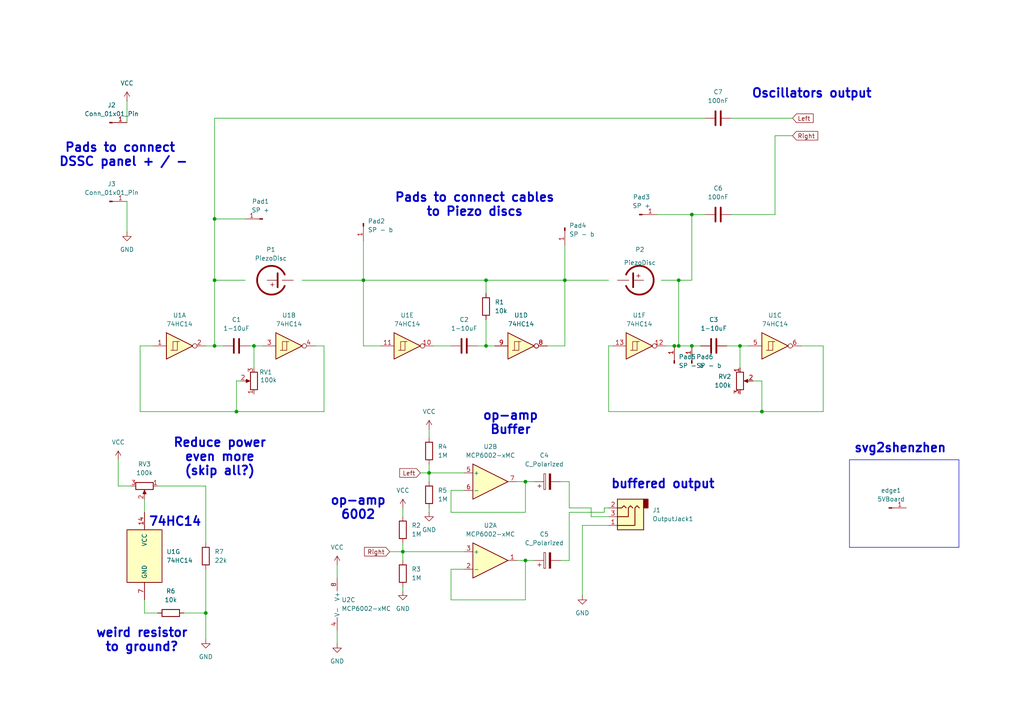
<source format=kicad_sch>
(kicad_sch (version 20231120) (generator "eeschema") (generator_version "8.0")
  (paper "A4")
  (lib_symbols
    (symbol "1Channel-PiezoAmp-rescue:AudioJack3-Connector_6"
      (property "Reference" "J1" (at -7.62 -1.9051 0))
      (property "Value" "OutputJack1" (at -7.62 0.6349 0))
      (symbol "AudioJack3-Connector_6_0_1"
        (rectangle (start -5.08 -5.08) (end -6.35 -2.54) (stroke (width 0.254)) (fill (type outline)))
        (polyline (pts (xy 0 -2.54) (xy 0.635 -3.175) (xy 1.27 -2.54) (xy 2.54 -2.54)) (stroke (width 0.254)))
        (polyline (pts (xy -1.905 -2.54) (xy -1.27 -3.175) (xy -0.635 -2.54) (xy -0.635 0) (xy 2.54 0)) (stroke (width 0.254)))
        (polyline (pts (xy 2.54 2.54) (xy -2.54 2.54) (xy -2.54 -2.54) (xy -3.175 -3.175) (xy -3.81 -2.54)) (stroke (width 0.254)))
        (rectangle (start 2.54 3.81) (end -5.08 -5.08) (stroke (width 0.254)) (fill (type background)))
      )
      (symbol "AudioJack3-Connector_6_1_1"
        (pin passive line (at 5.08 2.54 180) (length 2.54) (name "~") (number "1"))
        (pin passive line (at 5.08 -2.54 180) (length 2.54) (name "~") (number "2"))
        (pin passive line (at 5.08 0 180) (length 2.54) (name "~") (number "3"))
      )
    )
    (symbol "74xx:74HC14" (pin_names (offset 1.016))
      (property "Reference" "U" (at 0 1.27 0))
      (property "Value" "74HC14" (at 0 -1.27 0))
      (symbol "74HC14_1_0"
        (polyline (pts (xy -3.81 3.81) (xy -3.81 -3.81) (xy 3.81 0) (xy -3.81 3.81)) (stroke (width 0.254)) (fill (type background)))
        (pin input line (at -7.62 0 0) (length 3.81) (name "~") (number "1"))
        (pin output inverted (at 7.62 0 180) (length 3.81) (name "~") (number "2"))
      )
      (symbol "74HC14_1_1"
        (polyline (pts (xy -1.905 -1.27) (xy -1.905 1.27) (xy -0.635 1.27)))
        (polyline (pts (xy -2.54 -1.27) (xy -0.635 -1.27) (xy -0.635 1.27) (xy 0 1.27)))
      )
      (symbol "74HC14_2_0"
        (polyline (pts (xy -3.81 3.81) (xy -3.81 -3.81) (xy 3.81 0) (xy -3.81 3.81)) (stroke (width 0.254)) (fill (type background)))
        (pin input line (at -7.62 0 0) (length 3.81) (name "~") (number "3"))
        (pin output inverted (at 7.62 0 180) (length 3.81) (name "~") (number "4"))
      )
      (symbol "74HC14_2_1"
        (polyline (pts (xy -1.905 -1.27) (xy -1.905 1.27) (xy -0.635 1.27)))
        (polyline (pts (xy -2.54 -1.27) (xy -0.635 -1.27) (xy -0.635 1.27) (xy 0 1.27)))
      )
      (symbol "74HC14_3_0"
        (polyline (pts (xy -3.81 3.81) (xy -3.81 -3.81) (xy 3.81 0) (xy -3.81 3.81)) (stroke (width 0.254)) (fill (type background)))
        (pin input line (at -7.62 0 0) (length 3.81) (name "~") (number "5"))
        (pin output inverted (at 7.62 0 180) (length 3.81) (name "~") (number "6"))
      )
      (symbol "74HC14_3_1"
        (polyline (pts (xy -1.905 -1.27) (xy -1.905 1.27) (xy -0.635 1.27)))
        (polyline (pts (xy -2.54 -1.27) (xy -0.635 -1.27) (xy -0.635 1.27) (xy 0 1.27)))
      )
      (symbol "74HC14_4_0"
        (polyline (pts (xy -3.81 3.81) (xy -3.81 -3.81) (xy 3.81 0) (xy -3.81 3.81)) (stroke (width 0.254)) (fill (type background)))
        (pin output inverted (at 7.62 0 180) (length 3.81) (name "~") (number "8"))
        (pin input line (at -7.62 0 0) (length 3.81) (name "~") (number "9"))
      )
      (symbol "74HC14_4_1"
        (polyline (pts (xy -1.905 -1.27) (xy -1.905 1.27) (xy -0.635 1.27)))
        (polyline (pts (xy -2.54 -1.27) (xy -0.635 -1.27) (xy -0.635 1.27) (xy 0 1.27)))
      )
      (symbol "74HC14_5_0"
        (polyline (pts (xy -3.81 3.81) (xy -3.81 -3.81) (xy 3.81 0) (xy -3.81 3.81)) (stroke (width 0.254)) (fill (type background)))
        (pin output inverted (at 7.62 0 180) (length 3.81) (name "~") (number "10"))
        (pin input line (at -7.62 0 0) (length 3.81) (name "~") (number "11"))
      )
      (symbol "74HC14_5_1"
        (polyline (pts (xy -1.905 -1.27) (xy -1.905 1.27) (xy -0.635 1.27)))
        (polyline (pts (xy -2.54 -1.27) (xy -0.635 -1.27) (xy -0.635 1.27) (xy 0 1.27)))
      )
      (symbol "74HC14_6_0"
        (polyline (pts (xy -3.81 3.81) (xy -3.81 -3.81) (xy 3.81 0) (xy -3.81 3.81)) (stroke (width 0.254)) (fill (type background)))
        (pin output inverted (at 7.62 0 180) (length 3.81) (name "~") (number "12"))
        (pin input line (at -7.62 0 0) (length 3.81) (name "~") (number "13"))
      )
      (symbol "74HC14_6_1"
        (polyline (pts (xy -1.905 -1.27) (xy -1.905 1.27) (xy -0.635 1.27)))
        (polyline (pts (xy -2.54 -1.27) (xy -0.635 -1.27) (xy -0.635 1.27) (xy 0 1.27)))
      )
      (symbol "74HC14_7_0"
        (pin power_in line (at 0 12.7 270) (length 5.08) (name "VCC") (number "14"))
        (pin power_in line (at 0 -12.7 90) (length 5.08) (name "GND") (number "7"))
      )
      (symbol "74HC14_7_1"
        (rectangle (start -5.08 7.62) (end 5.08 -7.62) (stroke (width 0.254)) (fill (type background)))
      )
    )
    (symbol "Amplifier_Operational:MCP6002-xMC" (pin_names (offset 0.127))
      (property "Reference" "U" (at 0 5.08 0))
      (property "Value" "MCP6002-xMC" (at 0 -5.08 0))
      (symbol "MCP6002-xMC_1_1"
        (polyline (pts (xy -5.08 5.08) (xy 5.08 0) (xy -5.08 -5.08) (xy -5.08 5.08)) (stroke (width 0.254)) (fill (type background)))
        (pin output line (at 7.62 0 180) (length 2.54) (name "~") (number "1"))
        (pin input line (at -7.62 -2.54 0) (length 2.54) (name "-") (number "2"))
        (pin input line (at -7.62 2.54 0) (length 2.54) (name "+") (number "3"))
      )
      (symbol "MCP6002-xMC_2_1"
        (polyline (pts (xy -5.08 5.08) (xy 5.08 0) (xy -5.08 -5.08) (xy -5.08 5.08)) (stroke (width 0.254)) (fill (type background)))
        (pin input line (at -7.62 2.54 0) (length 2.54) (name "+") (number "5"))
        (pin input line (at -7.62 -2.54 0) (length 2.54) (name "-") (number "6"))
        (pin output line (at 7.62 0 180) (length 2.54) (name "~") (number "7"))
      )
      (symbol "MCP6002-xMC_3_1"
        (pin power_in line (at -2.54 -7.62 90) (length 3.81) (name "V-") (number "4"))
        (pin power_in line (at -2.54 7.62 270) (length 3.81) (name "V+") (number "8"))
        (pin passive line (at -2.54 -7.62 90) (length 3.81) hide (name "V-") (number "9"))
      )
    )
    (symbol "Connector:Conn_01x01_Pin" (pin_names (offset 1.016) hide)
      (property "Reference" "J" (at 0 2.54 0))
      (property "Value" "Conn_01x01_Pin" (at 0 -2.54 0))
      (symbol "Conn_01x01_Pin_1_1"
        (polyline (pts (xy 1.27 0) (xy 0.8636 0)) (stroke (width 0.1524)))
        (rectangle (start 0.8636 0.127) (end 0 -0.127) (stroke (width 0.1524)) (fill (type outline)))
        (pin passive line (at 5.08 0 180) (length 3.81) (name "Pin_1") (number "1"))
      )
    )
    (symbol "Device:C" (pin_numbers hide) (pin_names (offset 0.254))
      (property "Reference" "C" (at 0.635 2.54 0))
      (property "Value" "C" (at 0.635 -2.54 0))
      (symbol "C_0_1"
        (polyline (pts (xy -2.032 -0.762) (xy 2.032 -0.762)) (stroke (width 0.508)))
        (polyline (pts (xy -2.032 0.762) (xy 2.032 0.762)) (stroke (width 0.508)))
      )
      (symbol "C_1_1"
        (pin passive line (at 0 3.81 270) (length 2.794) (name "~") (number "1"))
        (pin passive line (at 0 -3.81 90) (length 2.794) (name "~") (number "2"))
      )
    )
    (symbol "Device:C_Polarized" (pin_numbers hide) (pin_names (offset 0.254))
      (property "Reference" "C" (at 0.635 2.54 0))
      (property "Value" "C_Polarized" (at 0.635 -2.54 0))
      (symbol "C_Polarized_0_1"
        (rectangle (start -2.286 0.508) (end 2.286 1.016))
        (polyline (pts (xy -1.778 2.286) (xy -0.762 2.286)))
        (polyline (pts (xy -1.27 2.794) (xy -1.27 1.778)))
        (rectangle (start 2.286 -0.508) (end -2.286 -1.016) (fill (type outline)))
      )
      (symbol "C_Polarized_1_1"
        (pin passive line (at 0 3.81 270) (length 2.794) (name "~") (number "1"))
        (pin passive line (at 0 -3.81 90) (length 2.794) (name "~") (number "2"))
      )
    )
    (symbol "Device:C_Polarized_US" (pin_numbers hide) (pin_names (offset 0.254) hide)
      (property "Reference" "C4" (at 7.62 0.635 90))
      (property "Value" "PiezoDisc" (at 5.08 0.635 90))
      (symbol "C_Polarized_US_0_1"
        (polyline (pts (xy -2.032 0.762) (xy 2.032 0.762)) (stroke (width 0.508)))
        (polyline (pts (xy -1.778 2.286) (xy -0.762 2.286)))
        (polyline (pts (xy -1.27 1.778) (xy -1.27 2.794)))
        (arc (start 1.6509 -1.2861) (mid 0.0001 6.7071) (end -1.6511 -1.286) (stroke (width 0.508)))
      )
      (symbol "C_Polarized_US_1_1"
        (pin passive line (at 0 3.81 270) (length 2.794) (name "~") (number "1"))
        (pin passive line (at 0 -3.81 90) (length 3.302) (name "~") (number "2"))
      )
    )
    (symbol "Device:R" (pin_numbers hide) (pin_names (offset 0))
      (property "Reference" "R" (at 2.032 0 90))
      (property "Value" "R" (at 0 0 90))
      (symbol "R_0_1"
        (rectangle (start -1.016 -2.54) (end 1.016 2.54) (stroke (width 0.254)))
      )
      (symbol "R_1_1"
        (pin passive line (at 0 3.81 270) (length 1.27) (name "~") (number "1"))
        (pin passive line (at 0 -3.81 90) (length 1.27) (name "~") (number "2"))
      )
    )
    (symbol "Device:R_Potentiometer" (pin_names (offset 1.016) hide)
      (property "Reference" "RV" (at -4.445 0 90))
      (property "Value" "R_Potentiometer" (at -2.54 0 90))
      (symbol "R_Potentiometer_0_1"
        (polyline (pts (xy 2.54 0) (xy 1.524 0)))
        (polyline (pts (xy 1.143 0) (xy 2.286 0.508) (xy 2.286 -0.508) (xy 1.143 0)) (fill (type outline)))
        (rectangle (start 1.016 2.54) (end -1.016 -2.54) (stroke (width 0.254)))
      )
      (symbol "R_Potentiometer_1_1"
        (pin passive line (at 0 3.81 270) (length 1.27) (name "1") (number "1"))
        (pin passive line (at 3.81 0 180) (length 1.27) (name "2") (number "2"))
        (pin passive line (at 0 -3.81 90) (length 1.27) (name "3") (number "3"))
      )
    )
    (symbol "power:GND" (power) (pin_numbers hide) (pin_names (offset 0) hide)
      (property "Value" "GND" (at 0 -3.81 0))
      (symbol "GND_0_1"
        (polyline (pts (xy 0 0) (xy 0 -1.27) (xy 1.27 -1.27) (xy 0 -2.54) (xy -1.27 -1.27) (xy 0 -1.27)))
      )
      (symbol "GND_1_1"
        (pin power_in line (at 0 0 270) (length 0) (name "~") (number "1"))
      )
    )
    (symbol "power:VCC" (power) (pin_numbers hide) (pin_names (offset 0) hide)
      (property "Value" "VCC" (at 0 3.556 0))
      (symbol "VCC_0_1"
        (polyline (pts (xy -0.762 1.27) (xy 0 2.54)))
        (polyline (pts (xy 0 0) (xy 0 2.54)))
        (polyline (pts (xy 0 2.54) (xy 0.762 1.27)))
      )
      (symbol "VCC_1_1"
        (pin power_in line (at 0 0 90) (length 0) (name "~") (number "1"))
      )
    )
  )
  (junction (at 163.83 81.28))
  (junction (at 59.69 177.8))
  (junction (at 196.85 100.33))
  (junction (at 214.63 100.33))
  (junction (at 62.23 63.5))
  (junction (at 140.97 100.33))
  (junction (at 152.4 139.7))
  (junction (at 200.66 62.23))
  (junction (at 73.66 100.33))
  (junction (at 124.46 137.16))
  (junction (at 195.58 100.33))
  (junction (at 140.97 81.28))
  (junction (at 68.58 119.38))
  (junction (at 62.23 81.28))
  (junction (at 200.66 100.33))
  (junction (at 116.84 160.02))
  (junction (at 105.41 81.28))
  (junction (at 220.98 119.38))
  (junction (at 152.4 162.56))
  (junction (at 62.23 100.33))
  (junction (at 196.85 81.28))
  (wire (pts (xy 163.83 81.28) (xy 176.53 81.28)))
  (wire (pts (xy 59.69 140.97) (xy 59.69 157.48)))
  (wire (pts (xy 40.64 119.38) (xy 40.64 100.33)))
  (wire (pts (xy 196.85 100.33) (xy 195.58 100.33)))
  (wire (pts (xy 238.76 100.33) (xy 232.41 100.33)))
  (wire (pts (xy 36.83 29.21) (xy 36.83 35.56)))
  (wire (pts (xy 165.1 148.59) (xy 175.26 148.59)))
  (wire (pts (xy 165.1 147.32) (xy 171.45 147.32)))
  (wire (pts (xy 116.84 160.02) (xy 116.84 162.56)))
  (wire (pts (xy 62.23 34.29) (xy 204.47 34.29)))
  (wire (pts (xy 224.79 39.37) (xy 224.79 62.23)))
  (wire (pts (xy 218.44 110.49) (xy 220.98 110.49)))
  (wire (pts (xy 105.41 69.85) (xy 105.41 81.28)))
  (wire (pts (xy 116.84 157.48) (xy 116.84 160.02)))
  (wire (pts (xy 62.23 81.28) (xy 62.23 100.33)))
  (wire (pts (xy 176.53 152.4) (xy 168.91 152.4)))
  (wire (pts (xy 124.46 147.32) (xy 124.46 148.59)))
  (wire (pts (xy 68.58 110.49) (xy 69.85 110.49)))
  (wire (pts (xy 71.12 81.28) (xy 62.23 81.28)))
  (wire (pts (xy 220.98 119.38) (xy 238.76 119.38)))
  (wire (pts (xy 40.64 119.38) (xy 68.58 119.38)))
  (wire (pts (xy 210.82 100.33) (xy 214.63 100.33)))
  (wire (pts (xy 62.23 63.5) (xy 71.12 63.5)))
  (wire (pts (xy 200.66 62.23) (xy 204.47 62.23)))
  (wire (pts (xy 175.26 147.32) (xy 176.53 147.32)))
  (wire (pts (xy 93.98 100.33) (xy 93.98 119.38)))
  (wire (pts (xy 130.81 148.59) (xy 130.81 142.24)))
  (wire (pts (xy 238.76 119.38) (xy 238.76 100.33)))
  (wire (pts (xy 59.69 100.33) (xy 62.23 100.33)))
  (wire (pts (xy 121.92 137.16) (xy 124.46 137.16)))
  (wire (pts (xy 124.46 137.16) (xy 124.46 139.7)))
  (wire (pts (xy 105.41 81.28) (xy 105.41 100.33)))
  (wire (pts (xy 130.81 173.99) (xy 152.4 173.99)))
  (wire (pts (xy 41.91 177.8) (xy 45.72 177.8)))
  (wire (pts (xy 138.43 100.33) (xy 140.97 100.33)))
  (wire (pts (xy 34.29 140.97) (xy 38.1 140.97)))
  (wire (pts (xy 162.56 139.7) (xy 165.1 139.7)))
  (wire (pts (xy 176.53 100.33) (xy 177.8 100.33)))
  (wire (pts (xy 214.63 100.33) (xy 214.63 106.68)))
  (wire (pts (xy 196.85 100.33) (xy 200.66 100.33)))
  (wire (pts (xy 124.46 137.16) (xy 134.62 137.16)))
  (wire (pts (xy 171.45 149.86) (xy 176.53 149.86)))
  (wire (pts (xy 116.84 160.02) (xy 134.62 160.02)))
  (wire (pts (xy 200.66 100.33) (xy 203.2 100.33)))
  (wire (pts (xy 165.1 139.7) (xy 165.1 147.32)))
  (wire (pts (xy 140.97 81.28) (xy 140.97 85.09)))
  (wire (pts (xy 62.23 63.5) (xy 62.23 81.28)))
  (polyline (pts (xy 246.38 133.35) (xy 246.38 158.75)))
  (wire (pts (xy 140.97 81.28) (xy 163.83 81.28)))
  (wire (pts (xy 217.17 100.33) (xy 214.63 100.33)))
  (wire (pts (xy 176.53 119.38) (xy 220.98 119.38)))
  (wire (pts (xy 200.66 62.23) (xy 200.66 81.28)))
  (wire (pts (xy 165.1 148.59) (xy 165.1 162.56)))
  (wire (pts (xy 130.81 142.24) (xy 134.62 142.24)))
  (wire (pts (xy 163.83 81.28) (xy 163.83 100.33)))
  (wire (pts (xy 196.85 81.28) (xy 200.66 81.28)))
  (wire (pts (xy 176.53 100.33) (xy 176.53 119.38)))
  (polyline (pts (xy 246.38 133.35) (xy 278.13 133.35)))
  (wire (pts (xy 152.4 162.56) (xy 154.94 162.56)))
  (wire (pts (xy 105.41 81.28) (xy 140.97 81.28)))
  (wire (pts (xy 193.04 100.33) (xy 195.58 100.33)))
  (wire (pts (xy 73.66 100.33) (xy 73.66 106.68)))
  (wire (pts (xy 62.23 100.33) (xy 64.77 100.33)))
  (wire (pts (xy 196.85 81.28) (xy 196.85 100.33)))
  (wire (pts (xy 59.69 177.8) (xy 59.69 185.42)))
  (wire (pts (xy 124.46 134.62) (xy 124.46 137.16)))
  (wire (pts (xy 224.79 39.37) (xy 229.87 39.37)))
  (wire (pts (xy 190.5 62.23) (xy 200.66 62.23)))
  (wire (pts (xy 72.39 100.33) (xy 73.66 100.33)))
  (wire (pts (xy 68.58 110.49) (xy 68.58 119.38)))
  (wire (pts (xy 140.97 100.33) (xy 143.51 100.33)))
  (wire (pts (xy 191.77 81.28) (xy 196.85 81.28)))
  (wire (pts (xy 40.64 100.33) (xy 44.45 100.33)))
  (wire (pts (xy 152.4 139.7) (xy 152.4 148.59)))
  (wire (pts (xy 158.75 100.33) (xy 163.83 100.33)))
  (wire (pts (xy 152.4 148.59) (xy 130.81 148.59)))
  (wire (pts (xy 168.91 152.4) (xy 168.91 172.72)))
  (wire (pts (xy 91.44 100.33) (xy 93.98 100.33)))
  (wire (pts (xy 125.73 100.33) (xy 130.81 100.33)))
  (wire (pts (xy 68.58 119.38) (xy 93.98 119.38)))
  (wire (pts (xy 53.34 177.8) (xy 59.69 177.8)))
  (wire (pts (xy 113.03 160.02) (xy 116.84 160.02)))
  (wire (pts (xy 163.83 71.12) (xy 163.83 81.28)))
  (wire (pts (xy 45.72 140.97) (xy 59.69 140.97)))
  (wire (pts (xy 171.45 147.32) (xy 171.45 149.86)))
  (wire (pts (xy 87.63 81.28) (xy 105.41 81.28)))
  (wire (pts (xy 116.84 147.32) (xy 116.84 149.86)))
  (wire (pts (xy 165.1 162.56) (xy 162.56 162.56)))
  (wire (pts (xy 149.86 162.56) (xy 152.4 162.56)))
  (wire (pts (xy 152.4 162.56) (xy 152.4 173.99)))
  (wire (pts (xy 97.79 182.88) (xy 97.79 186.69)))
  (wire (pts (xy 212.09 62.23) (xy 224.79 62.23)))
  (wire (pts (xy 110.49 100.33) (xy 105.41 100.33)))
  (wire (pts (xy 97.79 163.83) (xy 97.79 167.64)))
  (wire (pts (xy 212.09 34.29) (xy 229.87 34.29)))
  (wire (pts (xy 62.23 34.29) (xy 62.23 63.5)))
  (wire (pts (xy 140.97 92.71) (xy 140.97 100.33)))
  (wire (pts (xy 149.86 139.7) (xy 152.4 139.7)))
  (wire (pts (xy 124.46 124.46) (xy 124.46 127)))
  (wire (pts (xy 116.84 170.18) (xy 116.84 171.45)))
  (wire (pts (xy 36.83 58.42) (xy 36.83 67.31)))
  (wire (pts (xy 41.91 173.99) (xy 41.91 177.8)))
  (wire (pts (xy 59.69 177.8) (xy 59.69 165.1)))
  (wire (pts (xy 130.81 165.1) (xy 130.81 173.99)))
  (wire (pts (xy 41.91 144.78) (xy 41.91 148.59)))
  (wire (pts (xy 34.29 140.97) (xy 34.29 133.35)))
  (polyline (pts (xy 278.13 133.35) (xy 278.13 158.75)))
  (polyline (pts (xy 278.13 158.75) (xy 246.38 158.75)))
  (wire (pts (xy 152.4 139.7) (xy 154.94 139.7)))
  (wire (pts (xy 220.98 110.49) (xy 220.98 119.38)))
  (wire (pts (xy 175.26 148.59) (xy 175.26 147.32)))
  (wire (pts (xy 73.66 100.33) (xy 76.2 100.33)))
  (wire (pts (xy 134.62 165.1) (xy 130.81 165.1)))
  (text "svg2shenzhen" (at 261.112 130.048 0) (effects (font (size 2.54 2.54) (thickness 0.508) (bold yes))))
  (text "Pads to connect cables\nto Piezo discs" (at 137.668 59.436 0) (effects (font (size 2.54 2.54) (thickness 0.508) (bold yes))))
  (text "Oscillators output" (at 235.458 27.178 0) (effects (font (size 2.54 2.54) (thickness 0.508) (bold yes))))
  (text "Reduce power\neven more\n(skip all?)" (at 63.754 132.588 0) (effects (font (size 2.54 2.54) (thickness 0.508) (bold yes))))
  (text "op-amp\nBuffer" (at 148.082 122.682 0) (effects (font (size 2.54 2.54) (thickness 0.508) (bold yes))))
  (text "op-amp\n6002\n" (at 103.886 147.32 0) (effects (font (size 2.54 2.54) (thickness 0.508) (bold yes))))
  (text "weird resistor\nto ground?" (at 41.148 185.674 0) (effects (font (size 2.54 2.54) (thickness 0.508) (bold yes))))
  (text "74HC14" (at 50.8 151.384 0) (effects (font (size 2.54 2.54) (thickness 0.508) (bold yes))))
  (text "buffered output" (at 192.278 140.462 0) (effects (font (size 2.54 2.54) (thickness 0.508) (bold yes))))
  (text "Pads to connect \nDSSC panel + / -" (at 35.814 44.958 0) (effects (font (size 2.54 2.54) (thickness 0.508) (bold yes))))
  (global_label "Left" (shape input) (at 121.92 137.16 180) (property "Intersheetrefs" "${INTERSHEET_REFS}" (effects (hide yes))))
  (global_label "Right" (shape input) (at 229.87 39.37 0) (property "Intersheetrefs" "${INTERSHEET_REFS}" (effects (hide yes))))
  (global_label "Right" (shape input) (at 113.03 160.02 180) (property "Intersheetrefs" "${INTERSHEET_REFS}" (effects (hide yes))))
  (global_label "Left" (shape input) (at 229.87 34.29 0) (property "Intersheetrefs" "${INTERSHEET_REFS}" (effects (hide yes))))
  (symbol (lib_id "1Channel-PiezoAmp-rescue:AudioJack3-Connector_6") (at 181.61 149.86 180) (unit 1)
    (property "Reference" "J1" (at 189.23 147.9549 0) (effects (justify right)))
    (property "Value" "OutputJack1" (at 189.23 150.4949 0) (effects (justify right)))
    (property "Footprint" "007_dusjagr:AUDIO-JACK-3.5mm_SMD_noHole" (effects (hide yes)))
  )
  (symbol (lib_id "Amplifier_Operational:MCP6002-xMC") (at 100.33 175.26 0) (unit 3)
    (property "Reference" "U2" (at 99.06 173.9899 0) (effects (justify left)))
    (property "Value" "MCP6002-xMC" (at 99.06 176.5299 0) (effects (justify left)))
    (property "Footprint" "007_dusjagr:DIP-8_W7.62mm_LongerPads" (effects (hide yes)))
    (property "Datasheet" "http://ww1.microchip.com/downloads/en/DeviceDoc/21733j.pdf" (effects (hide yes)))
    (property "Description" "1MHz, Low-Power Op Amp, DFN-8" (effects (hide yes)))
  )
  (symbol (lib_id "Amplifier_Operational:MCP6002-xMC") (at 142.24 139.7 0) (unit 2)
    (property "Reference" "U2" (at 142.24 129.54 0))
    (property "Value" "MCP6002-xMC" (at 142.24 132.08 0))
    (property "Footprint" "007_dusjagr:DIP-8_W7.62mm_LongerPads" (effects (hide yes)))
    (property "Datasheet" "http://ww1.microchip.com/downloads/en/DeviceDoc/21733j.pdf" (effects (hide yes)))
    (property "Description" "1MHz, Low-Power Op Amp, DFN-8" (effects (hide yes)))
  )
  (symbol (lib_id "Connector:Conn_01x01_Pin") (at 185.42 62.23 0) (unit 1)
    (property "Reference" "Pad3" (at 186.055 57.15 0))
    (property "Value" "SP +" (at 186.055 59.69 0))
    (property "Footprint" "007_dusjagr:SolderPad_small" (effects (hide yes)))
    (property "Description" "Generic connector, single row, 01x01, script generated" (effects (hide yes)))
  )
  (symbol (lib_id "Device:R") (at 116.84 153.67 0) (unit 1)
    (property "Reference" "R2" (at 119.38 152.3999 0) (effects (justify left)))
    (property "Value" "1M" (at 119.38 154.9399 0) (effects (justify left)))
    (property "Footprint" "007_dusjagr:R_1206_noGND" (effects (hide yes)))
    (property "Description" "Resistor" (effects (hide yes)))
  )
  (symbol (lib_id "Device:R_Potentiometer") (at 73.66 110.49 180) (unit 1)
    (property "Reference" "RV1" (at 75.184 107.95 0) (effects (justify right)))
    (property "Value" "100k" (at 75.438 110.236 0) (effects (justify right)))
    (property "Footprint" "007_dusjagr:RD901F-ALPHA-3D_minis" (effects (hide yes)))
    (property "Description" "Potentiometer" (effects (hide yes)))
  )
  (symbol (lib_id "Device:R") (at 124.46 143.51 0) (unit 1)
    (property "Reference" "R5" (at 127 142.2399 0) (effects (justify left)))
    (property "Value" "1M" (at 127 144.7799 0) (effects (justify left)))
    (property "Footprint" "007_dusjagr:R_1206_noGND" (effects (hide yes)))
    (property "Description" "Resistor" (effects (hide yes)))
  )
  (symbol (lib_id "Device:C") (at 134.62 100.33 90) (unit 1)
    (property "Reference" "C2" (at 134.62 92.71 90))
    (property "Value" "1-10uF" (at 134.62 95.25 90))
    (property "Footprint" "007_dusjagr:C_1210_noGND" (effects (hide yes)))
    (property "Description" "Unpolarized capacitor" (effects (hide yes)))
  )
  (symbol (lib_id "Connector:Conn_01x01_Pin") (at 257.81 147.32 0) (unit 1)
    (property "Reference" "edge1" (at 258.445 142.24 0))
    (property "Value" "5VBoard" (at 258.445 144.78 0))
    (property "Footprint" "007_dusjagr:board_digilog" (effects (hide yes)))
    (property "Description" "Generic connector, single row, 01x01, script generated" (effects (hide yes)))
  )
  (symbol (lib_id "Device:R") (at 124.46 130.81 0) (unit 1)
    (property "Reference" "R4" (at 127 129.5399 0) (effects (justify left)))
    (property "Value" "1M" (at 127 132.0799 0) (effects (justify left)))
    (property "Footprint" "007_dusjagr:R_1206_noGND" (effects (hide yes)))
    (property "Description" "Resistor" (effects (hide yes)))
  )
  (symbol (lib_id "Device:R") (at 49.53 177.8 90) (unit 1)
    (property "Reference" "R6" (at 49.53 171.45 90))
    (property "Value" "10k" (at 49.53 173.99 90))
    (property "Footprint" "007_dusjagr:R_1206_noGND" (effects (hide yes)))
    (property "Description" "Resistor" (effects (hide yes)))
  )
  (symbol (lib_id "Connector:Conn_01x01_Pin") (at 105.41 64.77 270) (unit 1)
    (property "Reference" "Pad2" (at 106.68 64.1349 90) (effects (justify left)))
    (property "Value" "SP - b" (at 106.68 66.6749 90) (effects (justify left)))
    (property "Footprint" "007_dusjagr:SolderPad_small" (effects (hide yes)))
    (property "Description" "Generic connector, single row, 01x01, script generated" (effects (hide yes)))
  )
  (symbol (lib_id "Connector:Conn_01x01_Pin") (at 200.66 105.41 90) (unit 1)
    (property "Reference" "Pad6" (at 201.93 103.5049 90) (effects (justify right)))
    (property "Value" "SP - b" (at 201.93 106.0449 90) (effects (justify right)))
    (property "Footprint" "007_dusjagr:SolderPad_small" (effects (hide yes)))
    (property "Description" "Generic connector, single row, 01x01, script generated" (effects (hide yes)))
  )
  (symbol (lib_id "Device:C") (at 208.28 34.29 90) (unit 1)
    (property "Reference" "C7" (at 208.28 26.67 90))
    (property "Value" "100nF" (at 208.28 29.21 90))
    (property "Footprint" "007_dusjagr:C_1210_noGND" (effects (hide yes)))
    (property "Description" "Unpolarized capacitor" (effects (hide yes)))
  )
  (symbol (lib_id "power:GND") (at 168.91 172.72 0) (unit 1)
    (property "Reference" "#PWR010" (effects (hide yes)))
    (property "Value" "GND" (at 168.91 177.8 0))
    (property "Description" "Power symbol creates a global label with name \"GND\" , ground" (effects (hide yes)))
  )
  (symbol (lib_id "74xx:74HC14") (at 83.82 100.33 0) (unit 2)
    (property "Reference" "U1" (at 83.82 91.44 0))
    (property "Value" "74HC14" (at 83.82 93.98 0))
    (property "Footprint" "007_dusjagr:DIP-14_W7.62mm_LongerPads" (effects (hide yes)))
    (property "Datasheet" "http://www.ti.com/lit/gpn/sn74HC14" (effects (hide yes)))
    (property "Description" "Hex inverter schmitt trigger" (effects (hide yes)))
  )
  (symbol (lib_id "Device:C") (at 68.58 100.33 90) (unit 1)
    (property "Reference" "C1" (at 68.58 92.71 90))
    (property "Value" "1-10uF" (at 68.58 95.25 90))
    (property "Footprint" "007_dusjagr:C_1210_noGND" (effects (hide yes)))
    (property "Description" "Unpolarized capacitor" (effects (hide yes)))
  )
  (symbol (lib_id "Device:C_Polarized") (at 158.75 162.56 90) (unit 1)
    (property "Reference" "C5" (at 157.861 154.94 90))
    (property "Value" "C_Polarized" (at 157.861 157.48 90))
    (property "Footprint" "007_dusjagr:C_1210_noGND" (effects (hide yes)))
    (property "Description" "Polarized capacitor" (effects (hide yes)))
  )
  (symbol (lib_id "74xx:74HC14") (at 224.79 100.33 0) (unit 3)
    (property "Reference" "U1" (at 224.79 91.44 0))
    (property "Value" "74HC14" (at 224.79 93.98 0))
    (property "Footprint" "007_dusjagr:DIP-14_W7.62mm_LongerPads" (effects (hide yes)))
    (property "Datasheet" "http://www.ti.com/lit/gpn/sn74HC14" (effects (hide yes)))
    (property "Description" "Hex inverter schmitt trigger" (effects (hide yes)))
  )
  (symbol (lib_id "74xx:74HC14") (at 52.07 100.33 0) (unit 1)
    (property "Reference" "U1" (at 52.07 91.44 0))
    (property "Value" "74HC14" (at 52.07 93.98 0))
    (property "Footprint" "007_dusjagr:DIP-14_W7.62mm_LongerPads" (effects (hide yes)))
    (property "Datasheet" "http://www.ti.com/lit/gpn/sn74HC14" (effects (hide yes)))
    (property "Description" "Hex inverter schmitt trigger" (effects (hide yes)))
  )
  (symbol (lib_id "Device:C_Polarized_US") (at 81.28 81.28 90) (unit 1)
    (property "Reference" "P1" (at 78.5695 72.39 90))
    (property "Value" "PiezoDisc" (at 78.5695 74.93 90))
    (property "Footprint" "007_dusjagr:Piezo_20mm" (effects (hide yes)))
    (property "Description" "PIezodisc" (effects (hide yes)))
  )
  (symbol (lib_id "power:VCC") (at 36.83 29.21 0) (unit 1)
    (property "Reference" "#PWR04" (effects (hide yes)))
    (property "Value" "VCC" (at 36.83 24.13 0))
    (property "Description" "Power symbol creates a global label with name \"VCC\"" (effects (hide yes)))
  )
  (symbol (lib_id "power:GND") (at 59.69 185.42 0) (unit 1)
    (property "Reference" "#PWR013" (effects (hide yes)))
    (property "Value" "GND" (at 59.69 190.5 0))
    (property "Description" "Power symbol creates a global label with name \"GND\" , ground" (effects (hide yes)))
  )
  (symbol (lib_id "power:GND") (at 124.46 148.59 0) (unit 1)
    (property "Reference" "#PWR09" (effects (hide yes)))
    (property "Value" "GND" (at 124.46 153.67 0))
    (property "Description" "Power symbol creates a global label with name \"GND\" , ground" (effects (hide yes)))
  )
  (symbol (lib_id "power:GND") (at 97.79 186.69 0) (unit 1)
    (property "Reference" "#PWR012" (effects (hide yes)))
    (property "Value" "GND" (at 97.79 191.77 0))
    (property "Description" "Power symbol creates a global label with name \"GND\" , ground" (effects (hide yes)))
  )
  (symbol (lib_id "Device:R") (at 140.97 88.9 0) (unit 1)
    (property "Reference" "R1" (at 143.51 87.6299 0) (effects (justify left)))
    (property "Value" "10k" (at 143.51 90.1699 0) (effects (justify left)))
    (property "Footprint" "007_dusjagr:R_1206_noGND" (effects (hide yes)))
    (property "Description" "Resistor" (effects (hide yes)))
  )
  (symbol (lib_id "power:GND") (at 116.84 171.45 0) (unit 1)
    (property "Reference" "#PWR07" (effects (hide yes)))
    (property "Value" "GND" (at 116.84 176.53 0))
    (property "Description" "Power symbol creates a global label with name \"GND\" , ground" (effects (hide yes)))
  )
  (symbol (lib_id "Device:R") (at 116.84 166.37 0) (unit 1)
    (property "Reference" "R3" (at 119.38 165.0999 0) (effects (justify left)))
    (property "Value" "1M" (at 119.38 167.6399 0) (effects (justify left)))
    (property "Footprint" "007_dusjagr:R_1206_noGND" (effects (hide yes)))
    (property "Description" "Resistor" (effects (hide yes)))
  )
  (symbol (lib_id "Amplifier_Operational:MCP6002-xMC") (at 142.24 162.56 0) (unit 1)
    (property "Reference" "U2" (at 142.24 152.4 0))
    (property "Value" "MCP6002-xMC" (at 142.24 154.94 0))
    (property "Footprint" "007_dusjagr:DIP-8_W7.62mm_LongerPads" (effects (hide yes)))
    (property "Datasheet" "http://ww1.microchip.com/downloads/en/DeviceDoc/21733j.pdf" (effects (hide yes)))
    (property "Description" "1MHz, Low-Power Op Amp, DFN-8" (effects (hide yes)))
  )
  (symbol (lib_id "power:VCC") (at 34.29 133.35 0) (unit 1)
    (property "Reference" "#PWR02" (effects (hide yes)))
    (property "Value" "VCC" (at 34.29 128.27 0))
    (property "Description" "Power symbol creates a global label with name \"VCC\"" (effects (hide yes)))
  )
  (symbol (lib_id "Device:R") (at 59.69 161.29 0) (unit 1)
    (property "Reference" "R7" (at 62.23 160.0199 0) (effects (justify left)))
    (property "Value" "22k" (at 62.23 162.5599 0) (effects (justify left)))
    (property "Footprint" "007_dusjagr:R_1206_noGND" (effects (hide yes)))
    (property "Description" "Resistor" (effects (hide yes)))
  )
  (symbol (lib_id "Device:C_Polarized_US") (at 182.88 81.28 270) (unit 1)
    (property "Reference" "P2" (at 185.5905 72.39 90))
    (property "Value" "PiezoDisc" (at 185.5905 76.2 90))
    (property "Footprint" "007_dusjagr:Piezo_20mm" (effects (hide yes)))
    (property "Description" "PIezodisc" (effects (hide yes)))
  )
  (symbol (lib_id "74xx:74HC14") (at 151.13 100.33 0) (unit 4)
    (property "Reference" "U1" (at 151.13 91.44 0))
    (property "Value" "74HC14" (at 151.13 93.98 0))
    (property "Footprint" "007_dusjagr:DIP-14_W7.62mm_LongerPads" (effects (hide yes)))
    (property "Datasheet" "http://www.ti.com/lit/gpn/sn74HC14" (effects (hide yes)))
    (property "Description" "Hex inverter schmitt trigger" (effects (hide yes)))
  )
  (symbol (lib_id "Device:C") (at 207.01 100.33 90) (unit 1)
    (property "Reference" "C3" (at 207.01 92.71 90))
    (property "Value" "1-10uF" (at 207.01 95.25 90))
    (property "Footprint" "007_dusjagr:C_1210_noGND" (effects (hide yes)))
    (property "Description" "Unpolarized capacitor" (effects (hide yes)))
  )
  (symbol (lib_id "Connector:Conn_01x01_Pin") (at 31.75 35.56 0) (unit 1)
    (property "Reference" "J2" (at 32.385 30.48 0))
    (property "Value" "Conn_01x01_Pin" (at 32.385 33.02 0))
    (property "Footprint" "007_dusjagr:SolarPad_VCC" (effects (hide yes)))
    (property "Description" "Generic connector, single row, 01x01, script generated" (effects (hide yes)))
  )
  (symbol (lib_id "Device:C_Polarized") (at 158.75 139.7 90) (unit 1)
    (property "Reference" "C4" (at 157.861 132.08 90))
    (property "Value" "C_Polarized" (at 157.861 134.62 90))
    (property "Footprint" "007_dusjagr:C_1210_noGND" (effects (hide yes)))
    (property "Description" "Polarized capacitor" (effects (hide yes)))
  )
  (symbol (lib_id "power:VCC") (at 97.79 163.83 0) (unit 1)
    (property "Reference" "#PWR011" (effects (hide yes)))
    (property "Value" "VCC" (at 97.79 158.75 0))
    (property "Description" "Power symbol creates a global label with name \"VCC\"" (effects (hide yes)))
  )
  (symbol (lib_id "power:VCC") (at 116.84 147.32 0) (unit 1)
    (property "Reference" "#PWR06" (effects (hide yes)))
    (property "Value" "VCC" (at 116.84 142.24 0))
    (property "Description" "Power symbol creates a global label with name \"VCC\"" (effects (hide yes)))
  )
  (symbol (lib_id "Connector:Conn_01x01_Pin") (at 195.58 105.41 90) (unit 1)
    (property "Reference" "Pad5" (at 196.85 103.5049 90) (effects (justify right)))
    (property "Value" "SP - b" (at 196.85 106.0449 90) (effects (justify right)))
    (property "Footprint" "007_dusjagr:SolderPad_small" (effects (hide yes)))
    (property "Description" "Generic connector, single row, 01x01, script generated" (effects (hide yes)))
  )
  (symbol (lib_id "74xx:74HC14") (at 185.42 100.33 0) (unit 6)
    (property "Reference" "U1" (at 185.42 91.44 0))
    (property "Value" "74HC14" (at 185.42 93.98 0))
    (property "Footprint" "007_dusjagr:DIP-14_W7.62mm_LongerPads" (effects (hide yes)))
    (property "Datasheet" "http://www.ti.com/lit/gpn/sn74HC14" (effects (hide yes)))
    (property "Description" "Hex inverter schmitt trigger" (effects (hide yes)))
  )
  (symbol (lib_id "power:VCC") (at 124.46 124.46 0) (unit 1)
    (property "Reference" "#PWR08" (effects (hide yes)))
    (property "Value" "VCC" (at 124.46 119.38 0))
    (property "Description" "Power symbol creates a global label with name \"VCC\"" (effects (hide yes)))
  )
  (symbol (lib_id "Device:R_Potentiometer") (at 41.91 140.97 270) (unit 1)
    (property "Reference" "RV3" (at 41.91 134.62 90))
    (property "Value" "100k" (at 41.91 137.16 90))
    (property "Footprint" "007_dusjagr:RD901F-ALPHA-3D_longpads" (effects (hide yes)))
    (property "Description" "Potentiometer" (effects (hide yes)))
  )
  (symbol (lib_id "74xx:74HC14") (at 41.91 161.29 0) (unit 7)
    (property "Reference" "U1" (at 48.26 160.0199 0) (effects (justify left)))
    (property "Value" "74HC14" (at 48.26 162.5599 0) (effects (justify left)))
    (property "Footprint" "007_dusjagr:DIP-14_W7.62mm_LongerPads" (effects (hide yes)))
    (property "Datasheet" "http://www.ti.com/lit/gpn/sn74HC14" (effects (hide yes)))
    (property "Description" "Hex inverter schmitt trigger" (effects (hide yes)))
  )
  (symbol (lib_id "Device:R_Potentiometer") (at 214.63 110.49 0) (unit 1)
    (property "Reference" "RV2" (at 212.09 109.2199 0) (effects (justify right)))
    (property "Value" "100k" (at 212.09 111.7599 0) (effects (justify right)))
    (property "Footprint" "007_dusjagr:RD901F-ALPHA-3D_minis" (effects (hide yes)))
    (property "Description" "Potentiometer" (effects (hide yes)))
  )
  (symbol (lib_id "Connector:Conn_01x01_Pin") (at 76.2 63.5 180) (unit 1)
    (property "Reference" "Pad1" (at 75.565 58.42 0))
    (property "Value" "SP +" (at 75.565 60.96 0))
    (property "Footprint" "007_dusjagr:SolderPad_small" (effects (hide yes)))
    (property "Description" "Generic connector, single row, 01x01, script generated" (effects (hide yes)))
  )
  (symbol (lib_id "power:GND") (at 36.83 67.31 0) (unit 1)
    (property "Reference" "#PWR05" (effects (hide yes)))
    (property "Value" "GND" (at 36.83 72.39 0))
    (property "Description" "Power symbol creates a global label with name \"GND\" , ground" (effects (hide yes)))
  )
  (symbol (lib_id "Connector:Conn_01x01_Pin") (at 31.75 58.42 0) (unit 1)
    (property "Reference" "J3" (at 32.385 53.34 0))
    (property "Value" "Conn_01x01_Pin" (at 32.385 55.88 0))
    (property "Footprint" "007_dusjagr:SolarPad_VCC" (effects (hide yes)))
    (property "Description" "Generic connector, single row, 01x01, script generated" (effects (hide yes)))
  )
  (symbol (lib_id "74xx:74HC14") (at 118.11 100.33 0) (unit 5)
    (property "Reference" "U1" (at 118.11 91.44 0))
    (property "Value" "74HC14" (at 118.11 93.98 0))
    (property "Footprint" "007_dusjagr:DIP-14_W7.62mm_LongerPads" (effects (hide yes)))
    (property "Datasheet" "http://www.ti.com/lit/gpn/sn74HC14" (effects (hide yes)))
    (property "Description" "Hex inverter schmitt trigger" (effects (hide yes)))
  )
  (symbol (lib_id "Connector:Conn_01x01_Pin") (at 163.83 66.04 270) (unit 1)
    (property "Reference" "Pad4" (at 165.1 65.4049 90) (effects (justify left)))
    (property "Value" "SP - b" (at 165.1 67.9449 90) (effects (justify left)))
    (property "Footprint" "007_dusjagr:SolderPad_small" (effects (hide yes)))
    (property "Description" "Generic connector, single row, 01x01, script generated" (effects (hide yes)))
  )
  (symbol (lib_id "Device:C") (at 208.28 62.23 90) (unit 1)
    (property "Reference" "C6" (at 208.28 54.61 90))
    (property "Value" "100nF" (at 208.28 57.15 90))
    (property "Footprint" "007_dusjagr:C_1210_noGND" (effects (hide yes)))
    (property "Description" "Unpolarized capacitor" (effects (hide yes)))
  )
)
</source>
